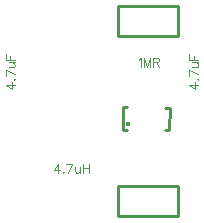
<source format=gbr>
G04 DipTrace 3.0.0.2*
G04 TopSilk.gbr*
%MOIN*%
G04 #@! TF.FileFunction,Legend,Top*
G04 #@! TF.Part,Single*
%ADD10C,0.009843*%
%ADD18C,0.015357*%
%ADD45C,0.004632*%
%FSLAX26Y26*%
G04*
G70*
G90*
G75*
G01*
G04 TopSilk*
%LPD*%
D18*
X829585Y701937D3*
X811664Y757249D2*
D10*
Y680087D1*
X812459D2*
X826631D1*
X811664Y759212D2*
X825836D1*
X967570Y755287D2*
X966774Y679687D1*
X952213D2*
X966774D1*
X951433Y755674D2*
X966774D1*
X794341Y493630D2*
Y393630D1*
X994341Y493630D2*
X794341D1*
X994341D2*
Y393630D1*
X794341D1*
Y1093630D2*
Y993630D1*
X994341Y1093630D2*
X794341D1*
X994341D2*
Y993630D1*
X794341D1*
X594645Y538394D2*
D45*
Y568505D1*
X580286Y548442D1*
X601808D1*
X612497Y541279D2*
X611071Y539820D1*
X612497Y538394D1*
X613956Y539820D1*
X612497Y541279D1*
X628957Y538394D2*
X643316Y568505D1*
X623220D1*
X652579Y558490D2*
Y544131D1*
X654005Y539853D1*
X656890Y538394D1*
X661201D1*
X664053Y539853D1*
X668364Y544131D1*
Y558490D2*
Y538394D1*
X677628Y568538D2*
Y538394D1*
X697724Y568538D2*
Y538394D1*
X677628Y554179D2*
X697724D1*
X450575Y832504D2*
X420464D1*
X440527Y818145D1*
Y839667D1*
X447690Y850357D2*
X449149Y848931D1*
X450575Y850357D1*
X449149Y851816D1*
X447690Y850357D1*
X450575Y866816D2*
X420464Y881175D1*
Y861079D1*
X430479Y890439D2*
X444838D1*
X449116Y891865D1*
X450575Y894750D1*
Y899061D1*
X449116Y901913D1*
X444838Y906224D1*
X430479D2*
X450575D1*
X420431Y934158D2*
Y915488D1*
X450575Y915487D1*
X434790D2*
Y926961D1*
X1063028Y832502D2*
X1032917D1*
X1052980Y818143D1*
Y839665D1*
X1060143Y850354D2*
X1061602Y848928D1*
X1063028Y850354D1*
X1061602Y851813D1*
X1060143Y850354D1*
X1063028Y866814D2*
X1032917Y881173D1*
Y861077D1*
X1042932Y890436D2*
X1057291D1*
X1061569Y891862D1*
X1063028Y894747D1*
Y899058D1*
X1061569Y901910D1*
X1057291Y906221D1*
X1042932D2*
X1063028D1*
X1032884Y934155D2*
Y915485D1*
X1063028D1*
X1047243D2*
Y926959D1*
X863943Y915043D2*
X866828Y916502D1*
X871139Y920780D1*
Y890669D1*
X903351D2*
Y920813D1*
X891877Y890669D1*
X880403Y920813D1*
Y890669D1*
X912614Y906454D2*
X925514D1*
X929825Y907913D1*
X931284Y909339D1*
X932710Y912191D1*
Y915076D1*
X931284Y917928D1*
X929825Y919387D1*
X925514Y920813D1*
X912614D1*
Y890669D1*
X922662Y906454D2*
X932710Y890669D1*
M02*

</source>
